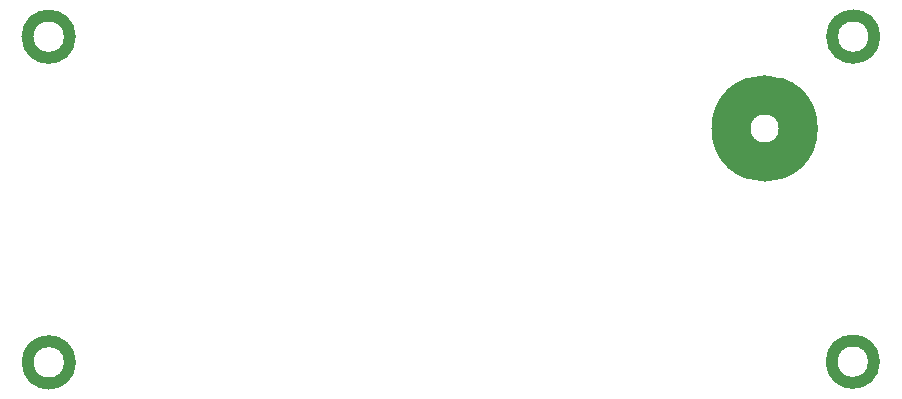
<source format=gbs>
G04 #@! TF.FileFunction,Soldermask,Bot*
%FSLAX46Y46*%
G04 Gerber Fmt 4.6, Leading zero omitted, Abs format (unit mm)*
G04 Created by KiCad (PCBNEW (2016-07-22 BZR 6991, Git 146a78a)-product) date 08/19/16 17:42:04*
%MOMM*%
%LPD*%
G01*
G04 APERTURE LIST*
%ADD10C,0.150000*%
%ADD11C,1.000000*%
%ADD12C,3.000000*%
%ADD13C,0.700000*%
%ADD14C,1.350000*%
G04 APERTURE END LIST*
D10*
D11*
X7016662Y-32150000D02*
G75*
G03X7016662Y-32150000I-1796662J0D01*
G01*
X7006662Y-4580000D02*
G75*
G03X7006662Y-4580000I-1796662J0D01*
G01*
X75130000Y-4570000D02*
G75*
G03X75130000Y-4570000I-1796662J0D01*
G01*
X75092758Y-32094890D02*
G75*
G03X75092758Y-32094890I-1796662J0D01*
G01*
D12*
X68495000Y-12345802D02*
G75*
G03X68495000Y-12345802I-2660000J0D01*
G01*
D13*
X68765000Y-10505802D02*
X68765000Y-14195802D01*
D14*
X69665000Y-12345802D02*
G75*
G03X69665000Y-12345802I-3830000J0D01*
G01*
M02*

</source>
